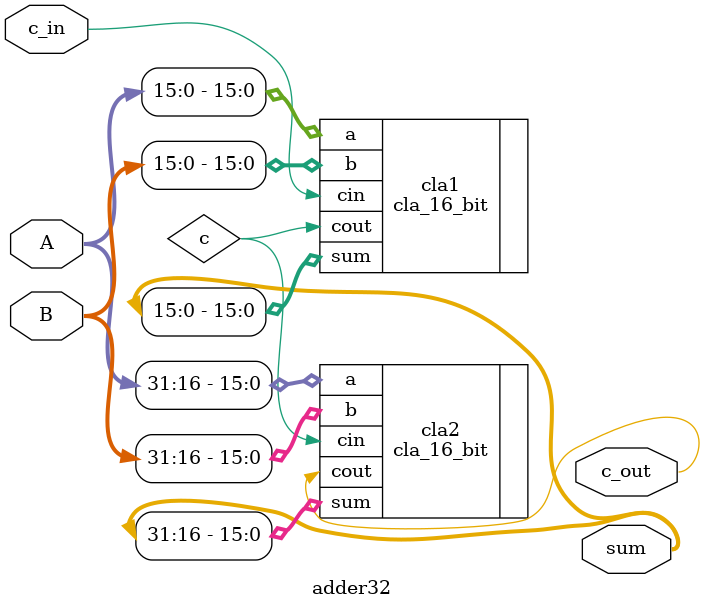
<source format=v>
`timescale 1ns / 1ps
module adder32(A, B, c_in, sum, c_out);
	input [31:0] A, B;
	input c_in;
	output [31:0] sum;
	output c_out;
	
	wire c;
	cla_16_bit cla1 (.a(A[15:0]), .b(B[15:0]), .cin(c_in), .sum(sum[15:0]), .cout(c));
	cla_16_bit cla2 (.a(A[31:16]), .b(B[31:16]), .cin(c), .sum(sum[31:16]), .cout(c_out));

endmodule

</source>
